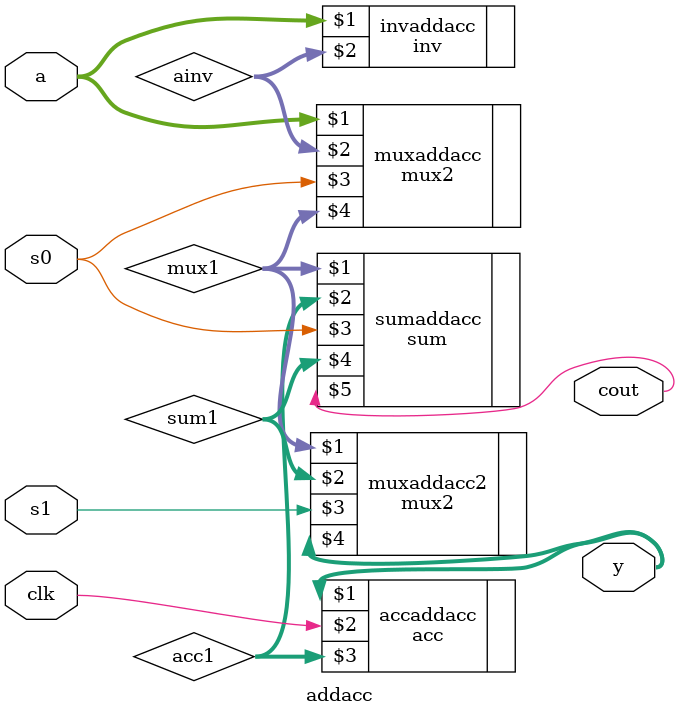
<source format=sv>
module addacc(input logic [3:0] a,
input logic clk,
input logic s0,s1,
output logic cout,
output logic [3:0] y);

logic [3:0] ainv, mux1, sum1, acc1;

	inv invaddacc(a, ainv);
	mux2 muxaddacc(a, ainv, s0, mux1);
	acc accaddacc(y, clk, acc1);
	sum sumaddacc(mux1, acc1, s0, sum1, cout);
	mux2 muxaddacc2(mux1, sum1, s1, y);

endmodule

</source>
